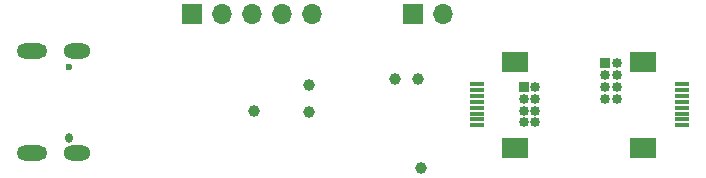
<source format=gbs>
G04 #@! TF.GenerationSoftware,KiCad,Pcbnew,(6.0.1)*
G04 #@! TF.CreationDate,2023-03-18T21:32:40+01:00*
G04 #@! TF.ProjectId,usb-magnetometer,7573622d-6d61-4676-9e65-746f6d657465,rev?*
G04 #@! TF.SameCoordinates,Original*
G04 #@! TF.FileFunction,Soldermask,Bot*
G04 #@! TF.FilePolarity,Negative*
%FSLAX46Y46*%
G04 Gerber Fmt 4.6, Leading zero omitted, Abs format (unit mm)*
G04 Created by KiCad (PCBNEW (6.0.1)) date 2023-03-18 21:32:40*
%MOMM*%
%LPD*%
G01*
G04 APERTURE LIST*
%ADD10O,0.600000X0.850000*%
%ADD11C,0.600000*%
%ADD12O,2.600000X1.300000*%
%ADD13O,2.300000X1.300000*%
%ADD14R,0.850000X0.850000*%
%ADD15O,0.850000X0.850000*%
%ADD16R,1.700000X1.700000*%
%ADD17O,1.700000X1.700000*%
%ADD18C,1.000000*%
%ADD19R,1.300000X0.300000*%
%ADD20R,2.200000X1.800000*%
G04 APERTURE END LIST*
D10*
X52900000Y-146100000D03*
D11*
X52900000Y-140100000D03*
D12*
X49800000Y-147420000D03*
D13*
X53625000Y-147420000D03*
D12*
X49800000Y-138780000D03*
D13*
X53625000Y-138780000D03*
D14*
X98300000Y-139800000D03*
D15*
X99300000Y-139800000D03*
X98300000Y-140800000D03*
X99300000Y-140800000D03*
X98300000Y-141800000D03*
X99300000Y-141800000D03*
X98300000Y-142800000D03*
X99300000Y-142800000D03*
D14*
X91400000Y-141800000D03*
D15*
X92400000Y-141800000D03*
X91400000Y-142800000D03*
X92400000Y-142800000D03*
X91400000Y-143800000D03*
X92400000Y-143800000D03*
X91400000Y-144800000D03*
X92400000Y-144800000D03*
D16*
X63325000Y-135600000D03*
D17*
X65865000Y-135600000D03*
X68405000Y-135600000D03*
X70945000Y-135600000D03*
X73485000Y-135600000D03*
D16*
X82025000Y-135650000D03*
D17*
X84565000Y-135650000D03*
D18*
X68600000Y-143850000D03*
X82500000Y-141100000D03*
X73200000Y-143900000D03*
X82750000Y-148650000D03*
D19*
X104800000Y-145050000D03*
X104800000Y-144550000D03*
X104800000Y-144050000D03*
X104800000Y-143550000D03*
X104800000Y-143050000D03*
X104800000Y-142550000D03*
X104800000Y-142050000D03*
X104800000Y-141550000D03*
D20*
X101550000Y-146950000D03*
X101550000Y-139650000D03*
D18*
X73250000Y-141600000D03*
X80500000Y-141100000D03*
D19*
X87450000Y-141550000D03*
X87450000Y-142050000D03*
X87450000Y-142550000D03*
X87450000Y-143050000D03*
X87450000Y-143550000D03*
X87450000Y-144050000D03*
X87450000Y-144550000D03*
X87450000Y-145050000D03*
D20*
X90700000Y-139650000D03*
X90700000Y-146950000D03*
M02*

</source>
